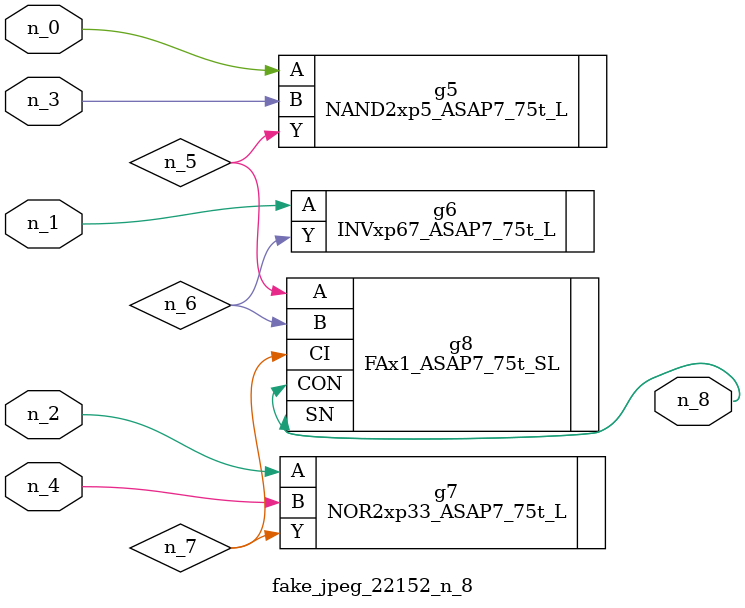
<source format=v>
module fake_jpeg_22152_n_8 (n_3, n_2, n_1, n_0, n_4, n_8);

input n_3;
input n_2;
input n_1;
input n_0;
input n_4;

output n_8;

wire n_6;
wire n_5;
wire n_7;

NAND2xp5_ASAP7_75t_L g5 ( 
.A(n_0),
.B(n_3),
.Y(n_5)
);

INVxp67_ASAP7_75t_L g6 ( 
.A(n_1),
.Y(n_6)
);

NOR2xp33_ASAP7_75t_L g7 ( 
.A(n_2),
.B(n_4),
.Y(n_7)
);

FAx1_ASAP7_75t_SL g8 ( 
.A(n_5),
.B(n_6),
.CI(n_7),
.CON(n_8),
.SN(n_8)
);


endmodule
</source>
